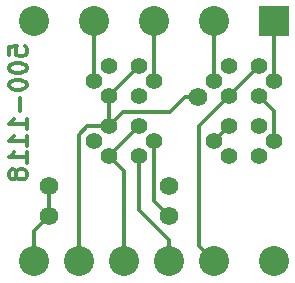
<source format=gbr>
G04 #@! TF.FileFunction,Copper,L2,Bot,Signal*
%FSLAX46Y46*%
G04 Gerber Fmt 4.6, Leading zero omitted, Abs format (unit mm)*
G04 Created by KiCad (PCBNEW 4.0.5) date 02/09/17 20:51:09*
%MOMM*%
%LPD*%
G01*
G04 APERTURE LIST*
%ADD10C,0.100000*%
%ADD11C,0.300000*%
%ADD12R,2.540000X2.540000*%
%ADD13C,2.540000*%
%ADD14C,1.574800*%
%ADD15C,1.397000*%
%ADD16C,0.304800*%
G04 APERTURE END LIST*
D10*
D11*
X99508571Y-94329859D02*
X99508571Y-93615573D01*
X100222857Y-93544144D01*
X100151429Y-93615573D01*
X100080000Y-93758430D01*
X100080000Y-94115573D01*
X100151429Y-94258430D01*
X100222857Y-94329859D01*
X100365714Y-94401287D01*
X100722857Y-94401287D01*
X100865714Y-94329859D01*
X100937143Y-94258430D01*
X101008571Y-94115573D01*
X101008571Y-93758430D01*
X100937143Y-93615573D01*
X100865714Y-93544144D01*
X99508571Y-95329858D02*
X99508571Y-95472715D01*
X99580000Y-95615572D01*
X99651429Y-95687001D01*
X99794286Y-95758430D01*
X100080000Y-95829858D01*
X100437143Y-95829858D01*
X100722857Y-95758430D01*
X100865714Y-95687001D01*
X100937143Y-95615572D01*
X101008571Y-95472715D01*
X101008571Y-95329858D01*
X100937143Y-95187001D01*
X100865714Y-95115572D01*
X100722857Y-95044144D01*
X100437143Y-94972715D01*
X100080000Y-94972715D01*
X99794286Y-95044144D01*
X99651429Y-95115572D01*
X99580000Y-95187001D01*
X99508571Y-95329858D01*
X99508571Y-96758429D02*
X99508571Y-96901286D01*
X99580000Y-97044143D01*
X99651429Y-97115572D01*
X99794286Y-97187001D01*
X100080000Y-97258429D01*
X100437143Y-97258429D01*
X100722857Y-97187001D01*
X100865714Y-97115572D01*
X100937143Y-97044143D01*
X101008571Y-96901286D01*
X101008571Y-96758429D01*
X100937143Y-96615572D01*
X100865714Y-96544143D01*
X100722857Y-96472715D01*
X100437143Y-96401286D01*
X100080000Y-96401286D01*
X99794286Y-96472715D01*
X99651429Y-96544143D01*
X99580000Y-96615572D01*
X99508571Y-96758429D01*
X100437143Y-97901286D02*
X100437143Y-99044143D01*
X101008571Y-100544143D02*
X101008571Y-99687000D01*
X101008571Y-100115572D02*
X99508571Y-100115572D01*
X99722857Y-99972715D01*
X99865714Y-99829857D01*
X99937143Y-99687000D01*
X101008571Y-101972714D02*
X101008571Y-101115571D01*
X101008571Y-101544143D02*
X99508571Y-101544143D01*
X99722857Y-101401286D01*
X99865714Y-101258428D01*
X99937143Y-101115571D01*
X101008571Y-103401285D02*
X101008571Y-102544142D01*
X101008571Y-102972714D02*
X99508571Y-102972714D01*
X99722857Y-102829857D01*
X99865714Y-102686999D01*
X99937143Y-102544142D01*
X100151429Y-104258428D02*
X100080000Y-104115570D01*
X100008571Y-104044142D01*
X99865714Y-103972713D01*
X99794286Y-103972713D01*
X99651429Y-104044142D01*
X99580000Y-104115570D01*
X99508571Y-104258428D01*
X99508571Y-104544142D01*
X99580000Y-104686999D01*
X99651429Y-104758428D01*
X99794286Y-104829856D01*
X99865714Y-104829856D01*
X100008571Y-104758428D01*
X100080000Y-104686999D01*
X100151429Y-104544142D01*
X100151429Y-104258428D01*
X100222857Y-104115570D01*
X100294286Y-104044142D01*
X100437143Y-103972713D01*
X100722857Y-103972713D01*
X100865714Y-104044142D01*
X100937143Y-104115570D01*
X101008571Y-104258428D01*
X101008571Y-104544142D01*
X100937143Y-104686999D01*
X100865714Y-104758428D01*
X100722857Y-104829856D01*
X100437143Y-104829856D01*
X100294286Y-104758428D01*
X100222857Y-104686999D01*
X100151429Y-104544142D01*
D12*
X121920000Y-91440000D03*
D13*
X116840000Y-91440000D03*
X111760000Y-91440000D03*
X106680000Y-91440000D03*
X101600000Y-91440000D03*
X101600000Y-111760000D03*
X105410000Y-111760000D03*
X109220000Y-111760000D03*
X116840000Y-111760000D03*
X113030000Y-111760000D03*
X121920000Y-111760000D03*
D14*
X102870000Y-105410000D03*
X113030000Y-105410000D03*
X102870000Y-107950000D03*
X113030000Y-107950000D03*
D15*
X121920000Y-101600000D03*
X120650000Y-102870000D03*
X120650000Y-100330000D03*
X118110000Y-100330000D03*
X118110000Y-102870000D03*
X116840000Y-101600000D03*
X106680000Y-101600000D03*
X107950000Y-100330000D03*
X107950000Y-102870000D03*
X110490000Y-102870000D03*
X110490000Y-100330000D03*
X111760000Y-101600000D03*
X106680000Y-96520000D03*
X107950000Y-95250000D03*
X107950000Y-97790000D03*
X110490000Y-97790000D03*
X110490000Y-95250000D03*
X111760000Y-96520000D03*
X121920000Y-96520000D03*
X120650000Y-97790000D03*
X120650000Y-95250000D03*
X118110000Y-95250000D03*
X118110000Y-97790000D03*
X116840000Y-96520000D03*
D14*
X115528882Y-97831118D03*
D16*
X121920000Y-91440000D02*
X121920000Y-96520000D01*
X116840000Y-91440000D02*
X116840000Y-96520000D01*
X111760000Y-91440000D02*
X111760000Y-96520000D01*
X106680000Y-91440000D02*
X106680000Y-96520000D01*
X121920000Y-101600000D02*
X121920000Y-99060000D01*
X121920000Y-99060000D02*
X120650000Y-97790000D01*
X102870000Y-107950000D02*
X101600000Y-109220000D01*
X101600000Y-109220000D02*
X101600000Y-111760000D01*
X102870000Y-105410000D02*
X102870000Y-107950000D01*
X115528882Y-97831118D02*
X114415331Y-97831118D01*
X114415331Y-97831118D02*
X113135650Y-99110799D01*
X113135650Y-99110799D02*
X109169201Y-99110799D01*
X109169201Y-99110799D02*
X107950000Y-100330000D01*
X105410000Y-111760000D02*
X105410000Y-101065582D01*
X105410000Y-101065582D02*
X106145582Y-100330000D01*
X106145582Y-100330000D02*
X107950000Y-100330000D01*
X110490000Y-95250000D02*
X107950000Y-97790000D01*
X107950000Y-97790000D02*
X107950000Y-100330000D01*
X109220000Y-111760000D02*
X109220000Y-104140000D01*
X109220000Y-104140000D02*
X107950000Y-102870000D01*
X110490000Y-100330000D02*
X107950000Y-102870000D01*
X116840000Y-111760000D02*
X115570001Y-110490001D01*
X115570001Y-110490001D02*
X115570001Y-100329999D01*
X118110000Y-97790000D02*
X120650000Y-95250000D01*
X115570001Y-100329999D02*
X118110000Y-97790000D01*
X118110000Y-100330000D02*
X116840000Y-101600000D01*
X113030000Y-111760000D02*
X113030000Y-109963949D01*
X110490000Y-107423949D02*
X110490000Y-102870000D01*
X113030000Y-109963949D02*
X110490000Y-107423949D01*
X113030000Y-107950000D02*
X111760000Y-106680000D01*
X111760000Y-106680000D02*
X111760000Y-101600000D01*
M02*

</source>
